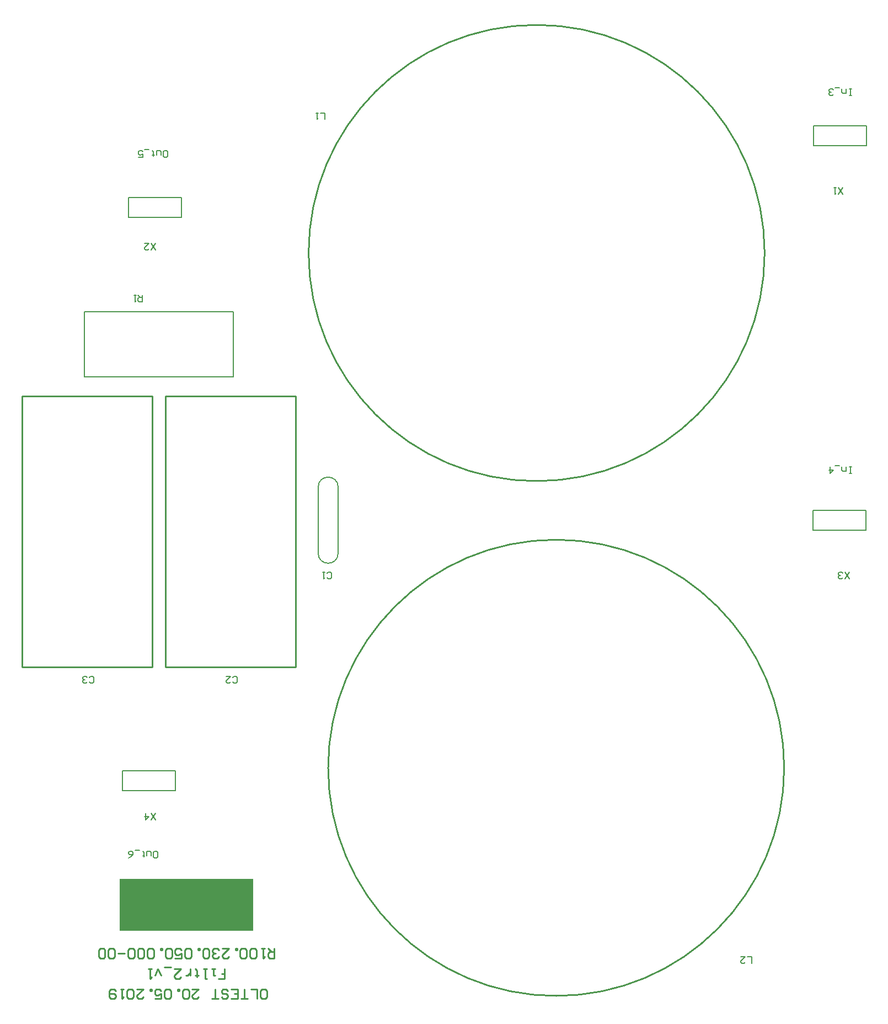
<source format=gto>
G04 Layer_Color=65535*
%FSLAX44Y44*%
%MOMM*%
G71*
G01*
G75*
%ADD18C,0.2540*%
%ADD19C,0.1270*%
%ADD20C,0.2032*%
%ADD21C,0.2500*%
%ADD22C,0.1500*%
%ADD23R,20.5000X8.0000*%
D18*
X1200009Y420000D02*
G03*
X1200009Y420000I-350009J0D01*
G01*
X1170009Y1210000D02*
G03*
X1170009Y1210000I-350009J0D01*
G01*
X250000Y990000D02*
X450000D01*
Y575000D02*
Y990000D01*
X355014Y575000D02*
X450000D01*
X250000D02*
X355014D01*
X250000D02*
Y990000D01*
X30000D02*
X230000D01*
Y575000D02*
Y990000D01*
X135014Y575000D02*
X230000D01*
X30000D02*
X135014D01*
X30000D02*
Y990000D01*
D19*
X484760Y749200D02*
G03*
X515240Y749200I15240J0D01*
G01*
Y850800D02*
G03*
X484760Y850800I-15240J0D01*
G01*
X125700Y1020002D02*
X354300D01*
X125700D02*
Y1120002D01*
X354300Y1020002D02*
Y1120002D01*
X125700D02*
X354300D01*
X484760Y749200D02*
Y850800D01*
X515240Y749200D02*
Y850800D01*
D20*
X1243960Y815240D02*
X1325240D01*
X1243960Y784760D02*
Y815240D01*
Y784760D02*
X1325240D01*
Y815240D01*
X193960Y1295240D02*
X275240D01*
X193960Y1264760D02*
Y1295240D01*
Y1264760D02*
X275240D01*
Y1295240D01*
X1244760Y1405240D02*
X1326040D01*
X1244760Y1374760D02*
Y1405240D01*
Y1374760D02*
X1326040D01*
Y1405240D01*
X183960Y415240D02*
X265240D01*
X183960Y384760D02*
Y415240D01*
Y384760D02*
X265240D01*
Y415240D01*
D21*
X398713Y65508D02*
X403712D01*
X406211Y68007D01*
Y78004D01*
X403712Y80503D01*
X398713D01*
X396214Y78004D01*
Y68007D01*
X398713Y65508D01*
X391216D02*
Y80503D01*
X381219D01*
X376221Y65508D02*
X366224D01*
X371222D01*
Y80503D01*
X351229Y65508D02*
X361225D01*
Y80503D01*
X351229D01*
X361225Y73005D02*
X356227D01*
X336233Y68007D02*
X338733Y65508D01*
X343731D01*
X346230Y68007D01*
Y70506D01*
X343731Y73005D01*
X338733D01*
X336233Y75505D01*
Y78004D01*
X338733Y80503D01*
X343731D01*
X346230Y78004D01*
X331235Y65508D02*
X321238D01*
X326237D01*
Y80503D01*
X291248D02*
X301245D01*
X291248Y70506D01*
Y68007D01*
X293747Y65508D01*
X298746D01*
X301245Y68007D01*
X286250D02*
X283750Y65508D01*
X278752D01*
X276253Y68007D01*
Y78004D01*
X278752Y80503D01*
X283750D01*
X286250Y78004D01*
Y68007D01*
X271254Y80503D02*
Y78004D01*
X268755D01*
Y80503D01*
X271254D01*
X258759Y68007D02*
X256259Y65508D01*
X251261D01*
X248762Y68007D01*
Y78004D01*
X251261Y80503D01*
X256259D01*
X258759Y78004D01*
Y68007D01*
X233767Y65508D02*
X243763D01*
Y73005D01*
X238765Y70506D01*
X236266D01*
X233767Y73005D01*
Y78004D01*
X236266Y80503D01*
X241264D01*
X243763Y78004D01*
X228768Y80503D02*
Y78004D01*
X226269D01*
Y80503D01*
X228768D01*
X206276D02*
X216272D01*
X206276Y70506D01*
Y68007D01*
X208775Y65508D01*
X213773D01*
X216272Y68007D01*
X201277D02*
X198778Y65508D01*
X193780D01*
X191280Y68007D01*
Y78004D01*
X193780Y80503D01*
X198778D01*
X201277Y78004D01*
Y68007D01*
X186282Y80503D02*
X181284D01*
X183783D01*
Y65508D01*
X186282Y68007D01*
X173786Y78004D02*
X171287Y80503D01*
X166288D01*
X163789Y78004D01*
Y68007D01*
X166288Y65508D01*
X171287D01*
X173786Y68007D01*
Y70506D01*
X171287Y73005D01*
X163789D01*
X417456Y142998D02*
Y128002D01*
X409959D01*
X407460Y130502D01*
Y135500D01*
X409959Y137999D01*
X417456D01*
X412458D02*
X407460Y142998D01*
X402461D02*
X397463D01*
X399962D01*
Y128002D01*
X402461Y130502D01*
X389965D02*
X387466Y128002D01*
X382468D01*
X379968Y130502D01*
Y140498D01*
X382468Y142998D01*
X387466D01*
X389965Y140498D01*
Y130502D01*
X374970D02*
X372471Y128002D01*
X367472D01*
X364973Y130502D01*
Y140498D01*
X367472Y142998D01*
X372471D01*
X374970Y140498D01*
Y130502D01*
X359975Y142998D02*
Y140498D01*
X357476D01*
Y142998D01*
X359975D01*
X337482D02*
X347479D01*
X337482Y133001D01*
Y130502D01*
X339981Y128002D01*
X344980D01*
X347479Y130502D01*
X332484D02*
X329985Y128002D01*
X324986D01*
X322487Y130502D01*
Y133001D01*
X324986Y135500D01*
X327485D01*
X324986D01*
X322487Y137999D01*
Y140498D01*
X324986Y142998D01*
X329985D01*
X332484Y140498D01*
X317489Y130502D02*
X314989Y128002D01*
X309991D01*
X307492Y130502D01*
Y140498D01*
X309991Y142998D01*
X314989D01*
X317489Y140498D01*
Y130502D01*
X302493Y142998D02*
Y140498D01*
X299994D01*
Y142998D01*
X302493D01*
X289998Y130502D02*
X287498Y128002D01*
X282500D01*
X280001Y130502D01*
Y140498D01*
X282500Y142998D01*
X287498D01*
X289998Y140498D01*
Y130502D01*
X265006Y128002D02*
X275002D01*
Y135500D01*
X270004Y133001D01*
X267505D01*
X265006Y135500D01*
Y140498D01*
X267505Y142998D01*
X272503D01*
X275002Y140498D01*
X260007Y130502D02*
X257508Y128002D01*
X252510D01*
X250011Y130502D01*
Y140498D01*
X252510Y142998D01*
X257508D01*
X260007Y140498D01*
Y130502D01*
X245012Y142998D02*
Y140498D01*
X242513D01*
Y142998D01*
X245012D01*
X232516Y130502D02*
X230017Y128002D01*
X225019D01*
X222519Y130502D01*
Y140498D01*
X225019Y142998D01*
X230017D01*
X232516Y140498D01*
Y130502D01*
X217521D02*
X215022Y128002D01*
X210023D01*
X207524Y130502D01*
Y140498D01*
X210023Y142998D01*
X215022D01*
X217521Y140498D01*
Y130502D01*
X202526D02*
X200027Y128002D01*
X195028D01*
X192529Y130502D01*
Y140498D01*
X195028Y142998D01*
X200027D01*
X202526Y140498D01*
Y130502D01*
X187531Y135500D02*
X177534D01*
X172536Y130502D02*
X170036Y128002D01*
X165038D01*
X162539Y130502D01*
Y140498D01*
X165038Y142998D01*
X170036D01*
X172536Y140498D01*
Y130502D01*
X157541D02*
X155041Y128002D01*
X150043D01*
X147544Y130502D01*
Y140498D01*
X150043Y142998D01*
X155041D01*
X157541Y140498D01*
Y130502D01*
X331234Y96361D02*
X341231D01*
Y103859D01*
X336233D01*
X341231D01*
Y111356D01*
X326236D02*
X321237D01*
X323737D01*
Y101359D01*
X326236D01*
X313740Y111356D02*
X308741D01*
X311241D01*
Y96361D01*
X313740D01*
X298745Y98860D02*
Y101359D01*
X301244D01*
X296245D01*
X298745D01*
Y108857D01*
X296245Y111356D01*
X288748Y101359D02*
Y111356D01*
Y106358D01*
X286249Y103859D01*
X283750Y101359D01*
X281250D01*
X263756Y111356D02*
X273753D01*
X263756Y101359D01*
Y98860D01*
X266255Y96361D01*
X271254D01*
X273753Y98860D01*
X258758Y113855D02*
X248761D01*
X243762Y101359D02*
X238764Y111356D01*
X233766Y101359D01*
X228767Y111356D02*
X223769D01*
X226268D01*
Y96361D01*
X228767Y98860D01*
D22*
X233502Y281837D02*
X236834D01*
X238500Y283503D01*
Y290168D01*
X236834Y291834D01*
X233502D01*
X231835Y290168D01*
Y283503D01*
X233502Y281837D01*
X228503Y285170D02*
Y290168D01*
X226837Y291834D01*
X221839D01*
Y285170D01*
X216840Y283503D02*
Y285170D01*
X218507D01*
X215174D01*
X216840D01*
Y290168D01*
X215174Y291834D01*
X210176Y293500D02*
X203511D01*
X193514Y281837D02*
X196847Y283503D01*
X200179Y286836D01*
Y290168D01*
X198513Y291834D01*
X195181D01*
X193514Y290168D01*
Y288502D01*
X195181Y286836D01*
X200179D01*
X248502Y1356837D02*
X251834D01*
X253500Y1358503D01*
Y1365168D01*
X251834Y1366834D01*
X248502D01*
X246835Y1365168D01*
Y1358503D01*
X248502Y1356837D01*
X243503Y1360169D02*
Y1365168D01*
X241837Y1366834D01*
X236839D01*
Y1360169D01*
X231840Y1358503D02*
Y1360169D01*
X233507D01*
X230174D01*
X231840D01*
Y1365168D01*
X230174Y1366834D01*
X225176Y1368500D02*
X218511D01*
X208514Y1356837D02*
X215179D01*
Y1361836D01*
X211847Y1360169D01*
X210181D01*
X208514Y1361836D01*
Y1365168D01*
X210181Y1366834D01*
X213513D01*
X215179Y1365168D01*
X1303500Y1451837D02*
X1300168D01*
X1301834D01*
Y1461834D01*
X1303500D01*
X1300168D01*
X1295169D02*
Y1455170D01*
X1290171D01*
X1288505Y1456836D01*
Y1461834D01*
X1285173Y1463500D02*
X1278508D01*
X1275176Y1453503D02*
X1273510Y1451837D01*
X1270177D01*
X1268511Y1453503D01*
Y1455170D01*
X1270177Y1456836D01*
X1271844D01*
X1270177D01*
X1268511Y1458502D01*
Y1460168D01*
X1270177Y1461834D01*
X1273510D01*
X1275176Y1460168D01*
X1303500Y871837D02*
X1300168D01*
X1301834D01*
Y881834D01*
X1303500D01*
X1300168D01*
X1295169D02*
Y875169D01*
X1290171D01*
X1288505Y876836D01*
Y881834D01*
X1285173Y883500D02*
X1278508D01*
X1270177Y881834D02*
Y871837D01*
X1275176Y876836D01*
X1268511D01*
X498335Y711669D02*
X500002Y710003D01*
X503334D01*
X505000Y711669D01*
Y718334D01*
X503334Y720000D01*
X500002D01*
X498335Y718334D01*
X495003Y720000D02*
X491671D01*
X493337D01*
Y710003D01*
X495003Y711669D01*
X353335Y551669D02*
X355002Y550003D01*
X358334D01*
X360000Y551669D01*
Y558334D01*
X358334Y560000D01*
X355002D01*
X353335Y558334D01*
X343339Y560000D02*
X350003D01*
X343339Y553335D01*
Y551669D01*
X345005Y550003D01*
X348337D01*
X350003Y551669D01*
X133336D02*
X135002Y550003D01*
X138334D01*
X140000Y551669D01*
Y558334D01*
X138334Y560000D01*
X135002D01*
X133336Y558334D01*
X130003Y551669D02*
X128337Y550003D01*
X125005D01*
X123339Y551669D01*
Y553335D01*
X125005Y555002D01*
X126671D01*
X125005D01*
X123339Y556668D01*
Y558334D01*
X125005Y560000D01*
X128337D01*
X130003Y558334D01*
X495000Y1415003D02*
Y1425000D01*
X488335D01*
X485003D02*
X481671D01*
X483337D01*
Y1415003D01*
X485003Y1416669D01*
X1150000Y120003D02*
Y130000D01*
X1143335D01*
X1133339D02*
X1140003D01*
X1133339Y123336D01*
Y121669D01*
X1135005Y120003D01*
X1138337D01*
X1140003Y121669D01*
X215000Y1145000D02*
Y1135003D01*
X210002D01*
X208335Y1136669D01*
Y1140002D01*
X210002Y1141668D01*
X215000D01*
X211668D02*
X208335Y1145000D01*
X205003D02*
X201671D01*
X203337D01*
Y1135003D01*
X205003Y1136669D01*
X1290000Y1300003D02*
X1283336Y1310000D01*
Y1300003D02*
X1290000Y1310000D01*
X1280003D02*
X1276671D01*
X1278337D01*
Y1300003D01*
X1280003Y1301669D01*
X235000Y1215003D02*
X228335Y1225000D01*
Y1215003D02*
X235000Y1225000D01*
X218339D02*
X225003D01*
X218339Y1218335D01*
Y1216669D01*
X220005Y1215003D01*
X223337D01*
X225003Y1216669D01*
X1300000Y710003D02*
X1293336Y720000D01*
Y710003D02*
X1300000Y720000D01*
X1290003Y711669D02*
X1288337Y710003D01*
X1285005D01*
X1283339Y711669D01*
Y713335D01*
X1285005Y715002D01*
X1286671D01*
X1285005D01*
X1283339Y716668D01*
Y718334D01*
X1285005Y720000D01*
X1288337D01*
X1290003Y718334D01*
X235000Y340003D02*
X228335Y350000D01*
Y340003D02*
X235000Y350000D01*
X220005D02*
Y340003D01*
X225003Y345002D01*
X218339D01*
D23*
X282500Y210000D02*
D03*
M02*

</source>
